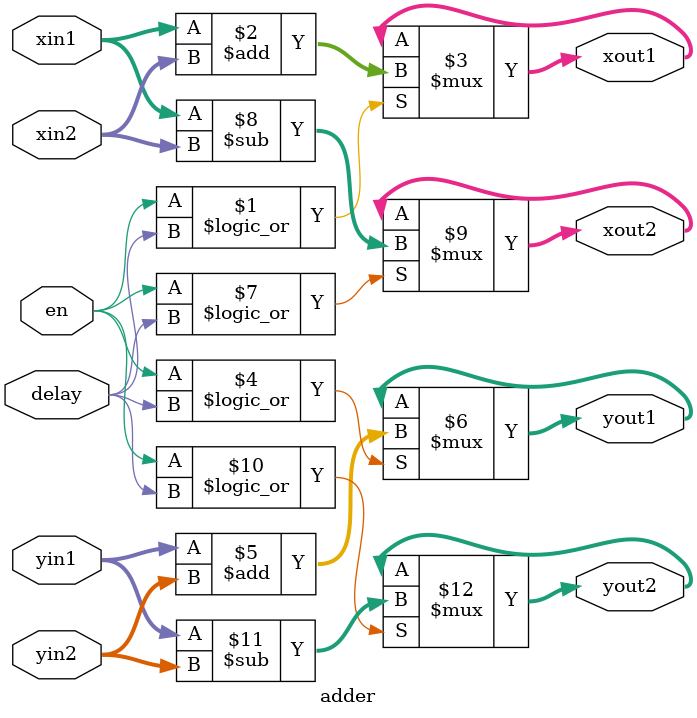
<source format=v>
module  adder
	#(parameter bit_width=16) (
    
    input   signed [bit_width-1:0] xin1,
    input   signed [bit_width-1:0] yin1,
	input   signed [bit_width-1:0] xin2,
	input   signed [bit_width-1:0] yin2,

    input   en,
    input   delay,

    output  signed [bit_width-1:0]  xout1,
	output  signed [bit_width-1:0]  yout1,
    output  signed [bit_width-1:0]  xout2,
	output  signed [bit_width-1:0]  yout2
    
   );
   
  assign xout1 = (en || delay)?  xin1 + xin2 : xout1;
  assign yout1 = (en || delay)?  yin1 + yin2 : yout1;

  
  assign xout2 =  (en || delay)? xin1-xin2 : xout2 ;
  assign yout2 =  (en || delay)? yin1-yin2 : yout2 ; 

endmodule
</source>
